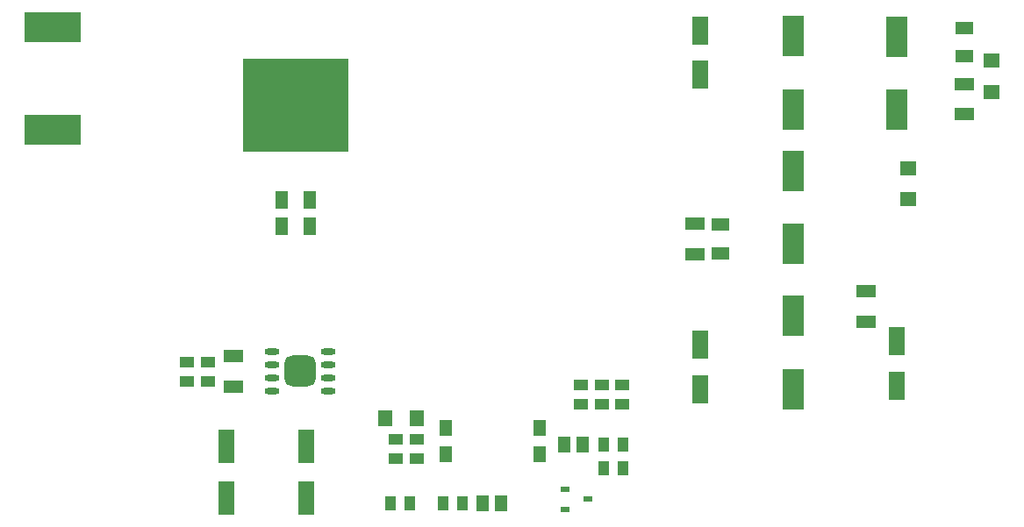
<source format=gtp>
G04*
G04 #@! TF.GenerationSoftware,Altium Limited,Altium Designer,21.0.8 (223)*
G04*
G04 Layer_Color=8421504*
%FSLAX25Y25*%
%MOIN*%
G70*
G04*
G04 #@! TF.SameCoordinates,6ED59E13-5717-42ED-B6B1-0E666ED3908C*
G04*
G04*
G04 #@! TF.FilePolarity,Positive*
G04*
G01*
G75*
%ADD17R,0.06299X0.12598*%
%ADD18R,0.05512X0.05906*%
%ADD19R,0.05906X0.05512*%
%ADD20R,0.21260X0.11417*%
%ADD21R,0.40158X0.35827*%
%ADD22O,0.05709X0.02362*%
G04:AMPARAMS|DCode=23|XSize=118.11mil|YSize=118.11mil|CornerRadius=29.53mil|HoleSize=0mil|Usage=FLASHONLY|Rotation=0.000|XOffset=0mil|YOffset=0mil|HoleType=Round|Shape=RoundedRectangle|*
%AMROUNDEDRECTD23*
21,1,0.11811,0.05906,0,0,0.0*
21,1,0.05906,0.11811,0,0,0.0*
1,1,0.05906,0.02953,-0.02953*
1,1,0.05906,-0.02953,-0.02953*
1,1,0.05906,-0.02953,0.02953*
1,1,0.05906,0.02953,0.02953*
%
%ADD23ROUNDEDRECTD23*%
%ADD24R,0.07284X0.04921*%
%ADD25R,0.06299X0.11024*%
G04:AMPARAMS|DCode=26|XSize=21.65mil|YSize=31.5mil|CornerRadius=1.95mil|HoleSize=0mil|Usage=FLASHONLY|Rotation=90.000|XOffset=0mil|YOffset=0mil|HoleType=Round|Shape=RoundedRectangle|*
%AMROUNDEDRECTD26*
21,1,0.02165,0.02760,0,0,90.0*
21,1,0.01776,0.03150,0,0,90.0*
1,1,0.00390,0.01380,0.00888*
1,1,0.00390,0.01380,-0.00888*
1,1,0.00390,-0.01380,-0.00888*
1,1,0.00390,-0.01380,0.00888*
%
%ADD26ROUNDEDRECTD26*%
%ADD27R,0.04134X0.05315*%
%ADD28R,0.05315X0.04134*%
%ADD29R,0.04921X0.05906*%
%ADD30R,0.05118X0.05906*%
%ADD31R,0.07874X0.15748*%
%ADD32R,0.06890X0.04921*%
%ADD33R,0.04921X0.06890*%
D17*
X290803Y231449D02*
D03*
Y251134D02*
D03*
X260292D02*
D03*
Y231449D02*
D03*
D18*
X320866Y261811D02*
D03*
X332677D02*
D03*
D19*
X551181Y385827D02*
D03*
Y397638D02*
D03*
X519459Y345003D02*
D03*
Y356814D02*
D03*
D20*
X194347Y371410D02*
D03*
Y410386D02*
D03*
D21*
X286756Y380606D02*
D03*
D22*
X277782Y287050D02*
D03*
Y282050D02*
D03*
Y277050D02*
D03*
Y272050D02*
D03*
X299239Y287050D02*
D03*
Y282050D02*
D03*
Y277050D02*
D03*
Y272050D02*
D03*
D23*
X288511Y279550D02*
D03*
D24*
X540803Y377217D02*
D03*
Y388831D02*
D03*
X503402Y298476D02*
D03*
Y310090D02*
D03*
X438441Y335681D02*
D03*
Y324067D02*
D03*
X263244Y273870D02*
D03*
Y285484D02*
D03*
D25*
X515213Y274165D02*
D03*
Y291094D02*
D03*
X440410Y409205D02*
D03*
Y392276D02*
D03*
Y272787D02*
D03*
Y289717D02*
D03*
D26*
X388993Y234677D02*
D03*
Y227197D02*
D03*
X397654Y230937D02*
D03*
D27*
X322890Y229480D02*
D03*
X330173D02*
D03*
X350055D02*
D03*
X342772D02*
D03*
X411040Y251606D02*
D03*
X403756D02*
D03*
X411040Y242748D02*
D03*
X403756D02*
D03*
D28*
X332677Y253642D02*
D03*
Y246358D02*
D03*
X324803Y253642D02*
D03*
Y246358D02*
D03*
X395134Y274461D02*
D03*
Y267177D02*
D03*
X410882Y274461D02*
D03*
Y267177D02*
D03*
X403008Y274461D02*
D03*
Y267177D02*
D03*
X245528Y275740D02*
D03*
Y283024D02*
D03*
X253402D02*
D03*
Y275740D02*
D03*
D29*
X364622Y229480D02*
D03*
X357733D02*
D03*
X395784Y251606D02*
D03*
X388894D02*
D03*
D30*
X343953Y248102D02*
D03*
Y258102D02*
D03*
X379386D02*
D03*
Y248102D02*
D03*
D31*
X475843Y272590D02*
D03*
Y300543D02*
D03*
Y379087D02*
D03*
Y407039D02*
D03*
X515213Y378890D02*
D03*
Y406843D02*
D03*
X475843Y327906D02*
D03*
Y355858D02*
D03*
D32*
X540803Y399264D02*
D03*
Y410090D02*
D03*
X448284Y324461D02*
D03*
Y335287D02*
D03*
D33*
X281453Y334795D02*
D03*
X292280D02*
D03*
X292280Y344638D02*
D03*
X281453D02*
D03*
M02*

</source>
